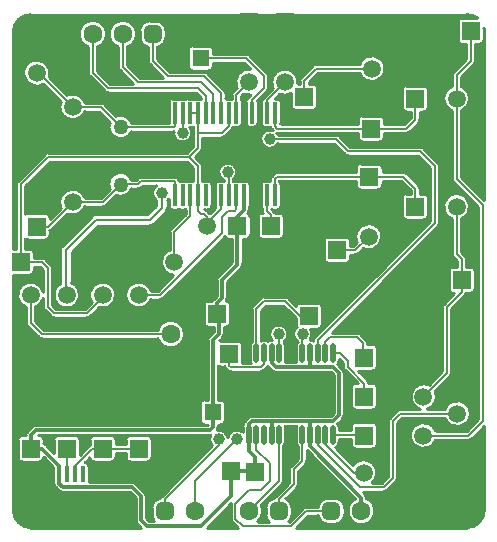
<source format=gbr>
G04 Generated by Ultiboard 13.0 *
%FSLAX24Y24*%
%MOIN*%

%ADD10C,0.0001*%
%ADD11C,0.0100*%
%ADD12C,0.0080*%
%ADD13C,0.0120*%
%ADD14C,0.0591*%
%ADD15R,0.0591X0.0591*%
%ADD16C,0.0500*%
%ADD17C,0.0551*%
%ADD18R,0.0551X0.0551*%
%ADD19R,0.0177X0.0728*%
%ADD20C,0.0394*%
%ADD21R,0.0208X0.0208*%
%ADD22C,0.0392*%
%ADD23C,0.0633*%
%ADD24C,0.0300*%
%ADD25R,0.0906X0.0748*%
%ADD26R,0.0709X0.0748*%
%ADD27R,0.0157X0.0551*%
%ADD28O,0.0177X0.0669*%


G04 ColorRGB 00FF00 for the following layer *
%LNCopper Top*%
%LPD*%
G54D10*
G36*
X9442Y604D02*
G74*
D01*
G03X9230Y917I338J1*
G01*
X9230Y917D01*
X9298Y985D01*
X9298Y985D01*
X9606Y1293D01*
G75*
D01*
G03X9651Y1400I-105J107*
G01*
X9651Y1400D01*
X9651Y1838D01*
X9890Y2077D01*
G75*
D01*
G03X9935Y2184I-105J107*
G01*
X9935Y2184D01*
X9935Y2524D01*
X11549Y910D01*
G75*
D01*
G03X11921Y924I202J-409*
G01*
X11921Y924D01*
X11921Y950D01*
G74*
D01*
G03X11871Y1071I171J0*
G01*
X11871Y1071D01*
X11792Y1149D01*
X12500Y1149D01*
G74*
D01*
G03X12607Y1194I1J151*
G01*
X12607Y1194D01*
X12906Y1493D01*
G75*
D01*
G03X12951Y1600I-105J107*
G01*
X12951Y1600D01*
X12951Y3438D01*
X13112Y3599D01*
X14542Y3599D01*
G75*
D01*
G03X14542Y3901I408J151*
G01*
X14542Y3901D01*
X13937Y3901D01*
G75*
D01*
G03X14214Y4502I-118J419*
G01*
X14214Y4502D01*
X14706Y4994D01*
G75*
D01*
G03X14751Y5101I-105J107*
G01*
X14751Y5101D01*
X14751Y7238D01*
X15206Y7693D01*
G74*
D01*
G03X15246Y7764I106J106*
G01*
X15246Y7764D01*
X15395Y7764D01*
G75*
D01*
G03X15536Y7905I0J141*
G01*
X15536Y7905D01*
X15536Y8495D01*
G74*
D01*
G03X15395Y8636I141J0*
G01*
X15395Y8636D01*
X15251Y8636D01*
X15251Y8900D01*
G74*
D01*
G03X15206Y9007I151J1*
G01*
X15206Y9007D01*
X15115Y9098D01*
X15079Y9134D01*
X15079Y10242D01*
G75*
D01*
G03X14777Y10242I-151J408*
G01*
X14777Y10242D01*
X14777Y9072D01*
G75*
D01*
G03X14821Y8965I151J0*
G01*
X14821Y8965D01*
X14949Y8838D01*
X14949Y8636D01*
X14805Y8636D01*
G75*
D01*
G03X14664Y8495I0J-141*
G01*
X14664Y8495D01*
X14664Y7905D01*
G75*
D01*
G03X14805Y7764I141J0*
G01*
X14805Y7764D01*
X14851Y7764D01*
X14493Y7407D01*
G75*
D01*
G03X14449Y7300I107J-107*
G01*
X14449Y7300D01*
X14449Y5164D01*
X14001Y4715D01*
G75*
D01*
G03X13700Y3901I-158J-404*
G01*
X13700Y3901D01*
X13050Y3901D01*
G75*
D01*
G03X12943Y3857I0J-151*
G01*
X12943Y3857D01*
X12693Y3607D01*
G75*
D01*
G03X12649Y3500I107J-107*
G01*
X12649Y3500D01*
X12649Y1662D01*
X12438Y1451D01*
X12116Y1451D01*
G75*
D01*
G03X11478Y2035I-287J327*
G01*
X11478Y2035D01*
X10896Y2617D01*
G75*
D01*
G03X11007Y2796I-88J178*
G01*
X11007Y2796D01*
X11007Y2891D01*
X11414Y2891D01*
X11414Y2724D01*
G75*
D01*
G03X11555Y2584I141J1*
G01*
X11555Y2584D01*
X12145Y2584D01*
G75*
D01*
G03X12286Y2724I1J140*
G01*
X12286Y2724D01*
X12286Y3315D01*
G74*
D01*
G03X12145Y3456I141J0*
G01*
X12145Y3456D01*
X11555Y3456D01*
G75*
D01*
G03X11414Y3315I0J-141*
G01*
X11414Y3315D01*
X11414Y3192D01*
X11007Y3192D01*
X11007Y3288D01*
G74*
D01*
G03X10959Y3418I200J0*
G01*
X10959Y3418D01*
X11121Y3579D01*
G75*
D01*
G03X11171Y3700I-121J121*
G01*
X11171Y3700D01*
X11171Y5100D01*
G74*
D01*
G03X11121Y5221I171J0*
G01*
X11121Y5221D01*
X10959Y5382D01*
G75*
D01*
G03X11007Y5512I-152J130*
G01*
X11007Y5512D01*
X11007Y5580D01*
X11149Y5438D01*
X11149Y5300D01*
G75*
D01*
G03X11193Y5193I151J0*
G01*
X11193Y5193D01*
X11631Y4756D01*
X11555Y4756D01*
G75*
D01*
G03X11414Y4615I0J-141*
G01*
X11414Y4615D01*
X11414Y4024D01*
G75*
D01*
G03X11555Y3884I141J1*
G01*
X11555Y3884D01*
X12145Y3884D01*
G75*
D01*
G03X12286Y4024I1J140*
G01*
X12286Y4024D01*
X12286Y4615D01*
G74*
D01*
G03X12145Y4756I141J0*
G01*
X12145Y4756D01*
X12001Y4756D01*
G74*
D01*
G03X11956Y4857I151J7*
G01*
X11956Y4857D01*
X11629Y5184D01*
X12145Y5184D01*
G75*
D01*
G03X12286Y5324I1J140*
G01*
X12286Y5324D01*
X12286Y5915D01*
G74*
D01*
G03X12145Y6056I141J0*
G01*
X12145Y6056D01*
X11951Y6056D01*
X11951Y6100D01*
G74*
D01*
G03X11906Y6207I151J1*
G01*
X11906Y6207D01*
X11707Y6406D01*
G74*
D01*
G03X11650Y6442I107J106*
G01*
G75*
D01*
G03X11600Y6451I-51J-141*
G01*
X11600Y6451D01*
X10764Y6451D01*
X12707Y8393D01*
X12707Y8393D01*
X12707Y8393D01*
X12707Y8393D01*
X13411Y9098D01*
X14306Y9993D01*
G75*
D01*
G03X14351Y10100I-105J107*
G01*
X14351Y10100D01*
X14351Y12000D01*
G74*
D01*
G03X14306Y12107I151J1*
G01*
X14306Y12107D01*
X13807Y12606D01*
G74*
D01*
G03X13700Y12651I107J105*
G01*
X13700Y12651D01*
X11362Y12651D01*
X11007Y13006D01*
G74*
D01*
G03X10900Y13051I107J105*
G01*
X10900Y13051D01*
X8967Y13051D01*
G74*
D01*
G03X8932Y13100I265J152*
G01*
G75*
D01*
G03X8950Y13099I17J150*
G01*
X8950Y13099D01*
X11644Y13099D01*
X11644Y12955D01*
G75*
D01*
G03X11785Y12814I141J0*
G01*
X11785Y12814D01*
X12376Y12814D01*
G75*
D01*
G03X12516Y12955I-1J141*
G01*
X12516Y12955D01*
X12516Y13099D01*
X13250Y13099D01*
G74*
D01*
G03X13357Y13144I1J151*
G01*
X13357Y13144D01*
X13656Y13443D01*
G75*
D01*
G03X13701Y13550I-105J107*
G01*
X13701Y13550D01*
X13701Y13814D01*
X13845Y13814D01*
G75*
D01*
G03X13986Y13955I0J141*
G01*
X13986Y13955D01*
X13986Y14545D01*
G74*
D01*
G03X13845Y14686I141J0*
G01*
X13845Y14686D01*
X13255Y14686D01*
G75*
D01*
G03X13114Y14545I0J-141*
G01*
X13114Y14545D01*
X13114Y13955D01*
G75*
D01*
G03X13255Y13814I141J0*
G01*
X13255Y13814D01*
X13399Y13814D01*
X13399Y13612D01*
X13188Y13401D01*
X12516Y13401D01*
X12516Y13545D01*
G74*
D01*
G03X12376Y13686I140J1*
G01*
X12376Y13686D01*
X11785Y13686D01*
G75*
D01*
G03X11644Y13545I0J-141*
G01*
X11644Y13545D01*
X11644Y13401D01*
X9062Y13401D01*
G75*
D01*
G03X9063Y13414I-109J15*
G01*
X9063Y13414D01*
X9063Y14142D01*
G74*
D01*
G03X8952Y14253I111J0*
G01*
X8952Y14253D01*
X8866Y14253D01*
X9018Y14405D01*
G75*
D01*
G03X9414Y14421I182J394*
G01*
X9414Y14421D01*
X9414Y14005D01*
G75*
D01*
G03X9555Y13864I141J0*
G01*
X9555Y13864D01*
X10145Y13864D01*
G75*
D01*
G03X10286Y14005I0J141*
G01*
X10286Y14005D01*
X10286Y14595D01*
G74*
D01*
G03X10145Y14736I141J0*
G01*
X10145Y14736D01*
X10001Y14736D01*
X10001Y14788D01*
X10312Y15099D01*
X11692Y15099D01*
G75*
D01*
G03X11692Y15401I408J151*
G01*
X11692Y15401D01*
X10250Y15401D01*
G75*
D01*
G03X10143Y15357I0J-151*
G01*
X10143Y15357D01*
X9743Y14957D01*
G75*
D01*
G03X9699Y14850I107J-107*
G01*
X9699Y14850D01*
X9699Y14736D01*
X9631Y14736D01*
G75*
D01*
G03X8805Y14618I-430J63*
G01*
X8805Y14618D01*
X8501Y14314D01*
G74*
D01*
G03X8459Y14235I105J107*
G01*
G74*
D01*
G03X8408Y14142I59J93*
G01*
X8408Y14142D01*
X8408Y13414D01*
G75*
D01*
G03X8519Y13303I111J0*
G01*
X8519Y13303D01*
X8696Y13303D01*
G74*
D01*
G03X8716Y13305I1J111*
G01*
G74*
D01*
G03X8757Y13230I147J31*
G01*
X8757Y13230D01*
X8795Y13192D01*
G75*
D01*
G03X8967Y12749I-95J-292*
G01*
X8967Y12749D01*
X10838Y12749D01*
X11193Y12393D01*
G75*
D01*
G03X11300Y12349I107J107*
G01*
X11300Y12349D01*
X13638Y12349D01*
X14049Y11938D01*
X14049Y10162D01*
X12985Y9098D01*
X12985Y9098D01*
X12493Y8607D01*
X12493Y8607D01*
X12493Y8607D01*
X12493Y8607D01*
X10189Y6302D01*
G75*
D01*
G03X10145Y6195I106J-106*
G01*
X10145Y6195D01*
X10145Y6174D01*
G75*
D01*
G03X10036Y6204I-105J-169*
G01*
G75*
D01*
G03X10059Y6564I-235J196*
G01*
X10059Y6564D01*
X10295Y6564D01*
G75*
D01*
G03X10436Y6705I0J141*
G01*
X10436Y6705D01*
X10436Y7295D01*
G74*
D01*
G03X10295Y7436I141J0*
G01*
X10295Y7436D01*
X9705Y7436D01*
G75*
D01*
G03X9572Y7341I0J-141*
G01*
X9572Y7341D01*
X9307Y7606D01*
G74*
D01*
G03X9232Y7647I106J106*
G01*
G75*
D01*
G03X9200Y7651I-34J-146*
G01*
X9200Y7651D01*
X8500Y7651D01*
G75*
D01*
G03X8393Y7607I0J-151*
G01*
X8393Y7607D01*
X8142Y7355D01*
G75*
D01*
G03X8098Y7248I106J-106*
G01*
X8098Y7248D01*
X8098Y6135D01*
G74*
D01*
G03X8049Y6004I150J131*
G01*
X8049Y6004D01*
X8049Y5512D01*
G75*
D01*
G03X8059Y5451I199J1*
G01*
X8059Y5451D01*
X7786Y5451D01*
X7786Y5455D01*
X7786Y5455D01*
X7786Y6045D01*
G74*
D01*
G03X7645Y6186I141J0*
G01*
X7645Y6186D01*
X7055Y6186D01*
G75*
D01*
G03X7024Y6183I-2J-141*
G01*
X7024Y6183D01*
X7121Y6279D01*
G75*
D01*
G03X7171Y6400I-121J121*
G01*
X7171Y6400D01*
X7171Y6634D01*
X7245Y6634D01*
G75*
D01*
G03X7386Y6774I1J140*
G01*
X7386Y6774D01*
X7386Y7365D01*
G74*
D01*
G03X7245Y7506I141J0*
G01*
X7245Y7506D01*
X7242Y7506D01*
G75*
D01*
G03X7271Y7600I-141J95*
G01*
X7271Y7600D01*
X7271Y8129D01*
X7740Y8599D01*
G75*
D01*
G03X7791Y8720I-119J121*
G01*
X7791Y8720D01*
X7791Y9564D01*
X7915Y9564D01*
G75*
D01*
G03X8056Y9705I0J141*
G01*
X8056Y9705D01*
X8056Y10295D01*
G74*
D01*
G03X7967Y10426I141J0*
G01*
G75*
D01*
G03X8011Y10540I-126J114*
G01*
X8011Y10540D01*
X8011Y10584D01*
G75*
D01*
G03X8039Y10658I-83J74*
G01*
X8039Y10658D01*
X8039Y11386D01*
G74*
D01*
G03X7928Y11497I111J0*
G01*
X7928Y11497D01*
X7751Y11497D01*
G75*
D01*
G03X7712Y11490I0J-111*
G01*
G74*
D01*
G03X7672Y11497I39J104*
G01*
X7672Y11497D01*
X7495Y11497D01*
G75*
D01*
G03X7479Y11495I6J-111*
G01*
X7479Y11495D01*
X7479Y11551D01*
G75*
D01*
G03X7177Y11519I-179J248*
G01*
X7177Y11519D01*
X7177Y11495D01*
G74*
D01*
G03X7161Y11497I22J108*
G01*
X7161Y11497D01*
X6983Y11497D01*
G75*
D01*
G03X6873Y11386I1J-111*
G01*
X6873Y11386D01*
X6873Y10658D01*
G75*
D01*
G03X6888Y10602I110J-1*
G01*
X6888Y10602D01*
X6708Y10422D01*
G74*
D01*
G03X6687Y10427I111J421*
G01*
X6687Y10427D01*
X6607Y10506D01*
G74*
D01*
G03X6554Y10541I107J105*
G01*
G74*
D01*
G03X6532Y10547I50J141*
G01*
X6532Y10547D01*
X6649Y10547D01*
G75*
D01*
G03X6759Y10658I-1J111*
G01*
X6759Y10658D01*
X6759Y11386D01*
G74*
D01*
G03X6649Y11497I110J1*
G01*
X6649Y11497D01*
X6472Y11497D01*
G75*
D01*
G03X6455Y11495I4J-111*
G01*
X6455Y11495D01*
X6455Y11996D01*
G74*
D01*
G03X6411Y12102I151J1*
G01*
X6411Y12102D01*
X6213Y12300D01*
X6411Y12498D01*
G75*
D01*
G03X6455Y12604I-106J106*
G01*
X6455Y12604D01*
X6455Y12949D01*
X7100Y12949D01*
G75*
D01*
G03X7116Y12950I-1J151*
G01*
G74*
D01*
G03X7207Y12994I16J149*
G01*
X7207Y12994D01*
X7434Y13221D01*
G74*
D01*
G03X7477Y13305I105J107*
G01*
G75*
D01*
G03X7495Y13303I21J108*
G01*
X7495Y13303D01*
X7672Y13303D01*
G75*
D01*
G03X7783Y13414I0J111*
G01*
X7783Y13414D01*
X7783Y14142D01*
G74*
D01*
G03X7735Y14234I111J1*
G01*
X7735Y14234D01*
X7735Y14321D01*
X7818Y14405D01*
G75*
D01*
G03X8055Y14368I183J394*
G01*
X8055Y14368D01*
X7993Y14307D01*
G74*
D01*
G03X7955Y14239I108J105*
G01*
G74*
D01*
G03X7897Y14142I52J97*
G01*
X7897Y14142D01*
X7897Y13414D01*
G75*
D01*
G03X8007Y13303I110J-1*
G01*
X8007Y13303D01*
X8184Y13303D01*
G75*
D01*
G03X8295Y13414I0J111*
G01*
X8295Y13414D01*
X8295Y14142D01*
G74*
D01*
G03X8289Y14176I111J2*
G01*
X8289Y14176D01*
X8606Y14493D01*
G75*
D01*
G03X8651Y14600I-105J107*
G01*
X8651Y14600D01*
X8651Y15000D01*
G74*
D01*
G03X8606Y15107I151J1*
G01*
X8606Y15107D01*
X8007Y15706D01*
G74*
D01*
G03X7900Y15751I107J105*
G01*
X7900Y15751D01*
X6816Y15751D01*
X6816Y15876D01*
G74*
D01*
G03X6676Y16016I140J0*
G01*
X6676Y16016D01*
X6124Y16016D01*
G75*
D01*
G03X5984Y15876I0J-140*
G01*
X5984Y15876D01*
X5984Y15324D01*
G75*
D01*
G03X6124Y15184I140J0*
G01*
X6124Y15184D01*
X6676Y15184D01*
G75*
D01*
G03X6816Y15324I0J140*
G01*
X6816Y15324D01*
X6816Y15449D01*
X7838Y15449D01*
X8055Y15232D01*
G75*
D01*
G03X7605Y14618I-55J-431*
G01*
X7605Y14618D01*
X7477Y14490D01*
G75*
D01*
G03X7433Y14383I106J-106*
G01*
X7433Y14383D01*
X7433Y14251D01*
G74*
D01*
G03X7417Y14253I22J108*
G01*
X7417Y14253D01*
X7239Y14253D01*
G75*
D01*
G03X7223Y14251I6J-111*
G01*
X7223Y14251D01*
X7223Y14428D01*
G74*
D01*
G03X7178Y14535I151J1*
G01*
X7178Y14535D01*
X6607Y15106D01*
G74*
D01*
G03X6553Y15141I107J105*
G01*
G75*
D01*
G03X6500Y15151I-54J-140*
G01*
X6500Y15151D01*
X5362Y15151D01*
X4951Y15562D01*
X4951Y15962D01*
G75*
D01*
G03X5242Y16296I-46J334*
G01*
X5242Y16296D01*
X5242Y16504D01*
G74*
D01*
G03X4904Y16842I338J0*
G01*
X4904Y16842D01*
X4696Y16842D01*
G75*
D01*
G03X4358Y16504I0J-338*
G01*
X4358Y16504D01*
X4358Y16296D01*
G75*
D01*
G03X4649Y15962I338J1*
G01*
X4649Y15962D01*
X4649Y15500D01*
G75*
D01*
G03X4693Y15393I151J0*
G01*
X4693Y15393D01*
X5136Y14951D01*
X4362Y14951D01*
X3951Y15362D01*
X3951Y15969D01*
G75*
D01*
G03X3649Y15969I-151J430*
G01*
X3649Y15969D01*
X3649Y15300D01*
G75*
D01*
G03X3693Y15193I151J0*
G01*
X3693Y15193D01*
X4136Y14751D01*
X3362Y14751D01*
X2951Y15162D01*
X2951Y15969D01*
G75*
D01*
G03X2649Y15969I-151J430*
G01*
X2649Y15969D01*
X2649Y15100D01*
G75*
D01*
G03X2693Y14993I151J0*
G01*
X2693Y14993D01*
X3193Y14493D01*
G74*
D01*
G03X3256Y14456I106J108*
G01*
G75*
D01*
G03X3300Y14449I45J143*
G01*
X3300Y14449D01*
X6238Y14449D01*
X6410Y14277D01*
X6410Y14251D01*
G74*
D01*
G03X6393Y14253I21J108*
G01*
X6393Y14253D01*
X6216Y14253D01*
G75*
D01*
G03X6176Y14245I1J-111*
G01*
G74*
D01*
G03X6137Y14253I41J102*
G01*
X6137Y14253D01*
X5960Y14253D01*
G75*
D01*
G03X5920Y14245I1J-111*
G01*
G74*
D01*
G03X5881Y14253I41J102*
G01*
X5881Y14253D01*
X5704Y14253D01*
G75*
D01*
G03X5665Y14245I2J-111*
G01*
G74*
D01*
G03X5625Y14253I41J102*
G01*
X5625Y14253D01*
X5448Y14253D01*
G75*
D01*
G03X5337Y14142I0J-111*
G01*
X5337Y14142D01*
X5337Y13451D01*
X4088Y13451D01*
G75*
D01*
G03X3580Y13663I-360J-148*
G01*
X3580Y13663D01*
X3167Y14076D01*
G74*
D01*
G03X3060Y14120I106J106*
G01*
X3060Y14120D01*
X2536Y14120D01*
G75*
D01*
G03X1945Y14365I-408J-148*
G01*
X1945Y14365D01*
X1341Y14969D01*
G75*
D01*
G03X1153Y14731I-413J133*
G01*
X1153Y14731D01*
X1732Y14152D01*
G75*
D01*
G03X2536Y13819I402J-167*
G01*
X2536Y13819D01*
X2998Y13819D01*
X3367Y13450D01*
G75*
D01*
G03X4086Y13149I365J-137*
G01*
X4086Y13149D01*
X5497Y13149D01*
G75*
D01*
G03X6030Y13303I302J-47*
G01*
X6030Y13303D01*
X6137Y13303D01*
G74*
D01*
G03X6154Y13305I4J111*
G01*
X6154Y13305D01*
X6154Y12667D01*
X5938Y12451D01*
X1300Y12451D01*
G75*
D01*
G03X1193Y12407I0J-151*
G01*
X1193Y12407D01*
X293Y11507D01*
G75*
D01*
G03X249Y11400I107J-107*
G01*
X249Y11400D01*
X249Y9236D01*
X151Y9236D01*
X151Y16479D01*
G74*
D01*
G03X151Y16482I151J2*
G01*
G74*
D01*
G02X718Y17049I570J3*
G01*
G75*
D01*
G03X721Y17049I2J151*
G01*
X721Y17049D01*
X15279Y17049D01*
G74*
D01*
G03X15282Y17049I2J151*
G01*
G74*
D01*
G02X15620Y16936I3J570*
G01*
X15620Y16936D01*
X15105Y16936D01*
G75*
D01*
G03X14964Y16795I0J-141*
G01*
X14964Y16795D01*
X14964Y16205D01*
G75*
D01*
G03X15105Y16064I141J0*
G01*
X15105Y16064D01*
X15249Y16064D01*
X15249Y15562D01*
X14821Y15135D01*
G75*
D01*
G03X14777Y15028I107J-107*
G01*
X14777Y15028D01*
X14777Y14658D01*
G75*
D01*
G03X14777Y13842I151J-408*
G01*
X14777Y13842D01*
X14777Y11572D01*
G75*
D01*
G03X14821Y11465I151J0*
G01*
X14821Y11465D01*
X15649Y10638D01*
X15649Y3562D01*
X15257Y3170D01*
X14227Y3170D01*
G75*
D01*
G03X14227Y2869I-407J-150*
G01*
X14227Y2869D01*
X15319Y2869D01*
G75*
D01*
G03X15368Y2877I1J151*
G01*
G74*
D01*
G03X15426Y2913I48J142*
G01*
X15426Y2913D01*
X15849Y3336D01*
X15849Y521D01*
G75*
D01*
G03X15849Y518I151J-1*
G01*
G74*
D01*
G02X15282Y-49I570J3*
G01*
G74*
D01*
G03X15279Y-49I1J151*
G01*
X15279Y-49D01*
X9564Y-49D01*
X9962Y349D01*
X10312Y349D01*
G75*
D01*
G03X10646Y58I334J46*
G01*
X10646Y58D01*
X10854Y58D01*
G75*
D01*
G03X11192Y396I0J338*
G01*
X11192Y396D01*
X11192Y604D01*
G74*
D01*
G03X10854Y942I338J0*
G01*
X10854Y942D01*
X10646Y942D01*
G75*
D01*
G03X10312Y651I1J-338*
G01*
X10312Y651D01*
X9900Y651D01*
G75*
D01*
G03X9856Y644I1J-151*
G01*
G74*
D01*
G03X9793Y607I42J144*
G01*
X9793Y607D01*
X9338Y151D01*
X9336Y151D01*
G74*
D01*
G03X9442Y396I231J245*
G01*
X9442Y396D01*
X9442Y604D01*
D02*
G37*
%LPC*%
G36*
X11818Y9255D02*
G75*
D01*
G03X11605Y9468I181J394*
G01*
X11605Y9468D01*
X11488Y9351D01*
X11386Y9351D01*
X11386Y9495D01*
G74*
D01*
G03X11245Y9636I141J0*
G01*
X11245Y9636D01*
X10655Y9636D01*
G75*
D01*
G03X10514Y9495I0J-141*
G01*
X10514Y9495D01*
X10514Y8905D01*
G75*
D01*
G03X10655Y8764I141J0*
G01*
X10655Y8764D01*
X11245Y8764D01*
G75*
D01*
G03X11386Y8905I0J141*
G01*
X11386Y8905D01*
X11386Y9049D01*
X11550Y9049D01*
G74*
D01*
G03X11657Y9094I1J151*
G01*
X11657Y9094D01*
X11818Y9255D01*
D02*
G37*
G36*
X8950Y11801D02*
G75*
D01*
G03X8912Y11796I1J-151*
G01*
G74*
D01*
G03X8843Y11757I37J145*
G01*
X8843Y11757D01*
X8757Y11670D01*
G75*
D01*
G03X8713Y11563I106J-106*
G01*
X8713Y11563D01*
X8713Y11495D01*
G74*
D01*
G03X8696Y11497I21J108*
G01*
X8696Y11497D01*
X8519Y11497D01*
G75*
D01*
G03X8408Y11386I0J-111*
G01*
X8408Y11386D01*
X8408Y10658D01*
G75*
D01*
G03X8449Y10572I111J0*
G01*
X8449Y10572D01*
X8449Y10500D01*
G75*
D01*
G03X8464Y10436I151J2*
G01*
X8464Y10436D01*
X8446Y10436D01*
G75*
D01*
G03X8305Y10295I0J-141*
G01*
X8305Y10295D01*
X8305Y9705D01*
G75*
D01*
G03X8446Y9564I141J0*
G01*
X8446Y9564D01*
X9036Y9564D01*
G75*
D01*
G03X9177Y9705I0J141*
G01*
X9177Y9705D01*
X9177Y10295D01*
G74*
D01*
G03X9036Y10436I141J0*
G01*
X9036Y10436D01*
X8871Y10436D01*
G74*
D01*
G03X8847Y10466I129J79*
G01*
X8847Y10466D01*
X8765Y10548D01*
G75*
D01*
G03X8775Y10547I16J109*
G01*
X8775Y10547D01*
X8952Y10547D01*
G75*
D01*
G03X9063Y10658I0J111*
G01*
X9063Y10658D01*
X9063Y11386D01*
G74*
D01*
G03X9014Y11478I111J0*
G01*
X9014Y11478D01*
X9014Y11499D01*
X11584Y11499D01*
X11584Y11355D01*
G75*
D01*
G03X11724Y11214I140J-1*
G01*
X11724Y11214D01*
X12315Y11214D01*
G75*
D01*
G03X12456Y11355I0J141*
G01*
X12456Y11355D01*
X12456Y11499D01*
X13088Y11499D01*
X13399Y11188D01*
X13399Y11086D01*
X13255Y11086D01*
G75*
D01*
G03X13114Y10945I0J-141*
G01*
X13114Y10945D01*
X13114Y10355D01*
G75*
D01*
G03X13255Y10214I141J0*
G01*
X13255Y10214D01*
X13845Y10214D01*
G75*
D01*
G03X13986Y10355I0J141*
G01*
X13986Y10355D01*
X13986Y10945D01*
G74*
D01*
G03X13845Y11086I141J0*
G01*
X13845Y11086D01*
X13701Y11086D01*
X13701Y11250D01*
G74*
D01*
G03X13656Y11357I151J1*
G01*
X13656Y11357D01*
X13257Y11756D01*
G74*
D01*
G03X13150Y11801I107J105*
G01*
X13150Y11801D01*
X12456Y11801D01*
X12456Y11945D01*
G74*
D01*
G03X12315Y12086I141J0*
G01*
X12315Y12086D01*
X11724Y12086D01*
G75*
D01*
G03X11584Y11945I1J-141*
G01*
X11584Y11945D01*
X11584Y11801D01*
X8950Y11801D01*
D02*
G37*
%LPD*%
G36*
X5139Y7597D02*
X5139Y7597D01*
X7194Y9652D01*
G75*
D01*
G03X7324Y9564I130J52*
G01*
X7324Y9564D01*
X7449Y9564D01*
X7449Y8790D01*
X6979Y8321D01*
G75*
D01*
G03X6929Y8199I121J-121*
G01*
X6929Y8199D01*
X6929Y7671D01*
X6829Y7571D01*
G74*
D01*
G03X6788Y7506I120J121*
G01*
X6788Y7506D01*
X6655Y7506D01*
G75*
D01*
G03X6514Y7365I0J-141*
G01*
X6514Y7365D01*
X6514Y6774D01*
G75*
D01*
G03X6655Y6634I141J1*
G01*
X6655Y6634D01*
X6829Y6634D01*
X6829Y6471D01*
X6679Y6321D01*
G75*
D01*
G03X6629Y6200I121J-121*
G01*
X6629Y6200D01*
X6629Y4216D01*
X6524Y4216D01*
G75*
D01*
G03X6384Y4076I0J-140*
G01*
X6384Y4076D01*
X6384Y3524D01*
G75*
D01*
G03X6524Y3384I140J0*
G01*
X6524Y3384D01*
X6629Y3384D01*
X6629Y3371D01*
X900Y3371D01*
G75*
D01*
G03X880Y3370I-1J-171*
G01*
G74*
D01*
G03X779Y3321I20J170*
G01*
X779Y3321D01*
X607Y3148D01*
G75*
D01*
G03X557Y3027I120J-120*
G01*
X557Y3027D01*
X557Y3021D01*
X432Y3021D01*
G75*
D01*
G03X292Y2881I0J-140*
G01*
X292Y2881D01*
X292Y2290D01*
G75*
D01*
G03X432Y2149I140J-1*
G01*
X432Y2149D01*
X1023Y2149D01*
G75*
D01*
G03X1164Y2290I0J141*
G01*
X1164Y2290D01*
X1164Y2295D01*
X1480Y1978D01*
X1480Y1446D01*
G75*
D01*
G03X1532Y1343I129J0*
G01*
G74*
D01*
G03X1567Y1291I156J67*
G01*
X1567Y1291D01*
X1679Y1179D01*
G75*
D01*
G03X1800Y1129I121J121*
G01*
X1800Y1129D01*
X4029Y1129D01*
X4229Y929D01*
X4229Y200D01*
G75*
D01*
G03X4279Y79I171J0*
G01*
X4279Y79D01*
X4408Y-49D01*
X721Y-49D01*
G75*
D01*
G03X718Y-49I-1J-151*
G01*
G74*
D01*
G02X151Y518I3J570*
G01*
G75*
D01*
G03X151Y521I-151J2*
G01*
X151Y521D01*
X151Y8364D01*
X695Y8364D01*
G75*
D01*
G03X836Y8505I0J141*
G01*
X836Y8505D01*
X836Y8649D01*
X1038Y8649D01*
X1149Y8538D01*
X1149Y7811D01*
G75*
D01*
G03X577Y7295I-420J-110*
G01*
X577Y7295D01*
X577Y6773D01*
G75*
D01*
G03X621Y6666I151J0*
G01*
X621Y6666D01*
X993Y6293D01*
G75*
D01*
G03X1100Y6249I107J107*
G01*
X1100Y6249D01*
X4969Y6249D01*
G75*
D01*
G03X4969Y6551I430J151*
G01*
X4969Y6551D01*
X1162Y6551D01*
X878Y6835D01*
X878Y7295D01*
G74*
D01*
G03X1149Y7596I150J407*
G01*
X1149Y7596D01*
X1149Y7300D01*
G75*
D01*
G03X1193Y7193I151J0*
G01*
X1193Y7193D01*
X1393Y6993D01*
G74*
D01*
G03X1478Y6951I106J108*
G01*
G75*
D01*
G03X1500Y6949I25J148*
G01*
X1500Y6949D01*
X2600Y6949D01*
G75*
D01*
G03X2666Y6964I0J151*
G01*
G74*
D01*
G03X2707Y6994I67J135*
G01*
X2707Y6994D01*
X3000Y7287D01*
G75*
D01*
G03X2759Y7472I128J416*
G01*
X2759Y7472D01*
X2538Y7251D01*
X1562Y7251D01*
X1451Y7362D01*
X1451Y8600D01*
G74*
D01*
G03X1406Y8707I151J1*
G01*
X1406Y8707D01*
X1207Y8906D01*
G74*
D01*
G03X1150Y8942I107J106*
G01*
G75*
D01*
G03X1100Y8951I-51J-141*
G01*
X1100Y8951D01*
X836Y8951D01*
X836Y9095D01*
G74*
D01*
G03X695Y9236I141J0*
G01*
X695Y9236D01*
X551Y9236D01*
X551Y9575D01*
G75*
D01*
G03X632Y9549I81J114*
G01*
X632Y9549D01*
X1223Y9549D01*
G75*
D01*
G03X1364Y9690I0J141*
G01*
X1364Y9690D01*
X1364Y9844D01*
G74*
D01*
G03X1419Y9879I51J141*
G01*
X1419Y9879D01*
X1945Y10406D01*
G75*
D01*
G03X2536Y10650I183J395*
G01*
X2536Y10650D01*
X3143Y10650D01*
G74*
D01*
G03X3250Y10695I1J151*
G01*
X3250Y10695D01*
X3580Y11024D01*
G75*
D01*
G03X4093Y11249I147J361*
G01*
X4093Y11249D01*
X4300Y11249D01*
G75*
D01*
G03X4354Y11259I0J151*
G01*
G74*
D01*
G03X4407Y11294I54J140*
G01*
X4407Y11294D01*
X4462Y11349D01*
X4921Y11349D01*
G75*
D01*
G03X4909Y10860I178J-249*
G01*
X4909Y10860D01*
X4909Y10679D01*
X4621Y10391D01*
X2900Y10391D01*
G75*
D01*
G03X2874Y10389I2J-191*
G01*
G74*
D01*
G03X2765Y10335I25J188*
G01*
X2765Y10335D01*
X1765Y9335D01*
G75*
D01*
G03X1709Y9200I134J-135*
G01*
X1709Y9200D01*
X1709Y8080D01*
G75*
D01*
G03X2091Y8107I219J-376*
G01*
X2091Y8107D01*
X2091Y9121D01*
X2979Y10009D01*
X4700Y10009D01*
G75*
D01*
G03X4749Y10015I1J191*
G01*
G74*
D01*
G03X4835Y10065I50J184*
G01*
X4835Y10065D01*
X5235Y10465D01*
G75*
D01*
G03X5291Y10600I-134J135*
G01*
X5291Y10600D01*
X5291Y10860D01*
G74*
D01*
G03X5337Y10906I192J238*
G01*
X5337Y10906D01*
X5337Y10658D01*
G75*
D01*
G03X5448Y10547I111J0*
G01*
X5448Y10547D01*
X5625Y10547D01*
G74*
D01*
G03X5665Y10555I1J111*
G01*
G75*
D01*
G03X5704Y10547I41J102*
G01*
X5704Y10547D01*
X5881Y10547D01*
G74*
D01*
G03X5898Y10549I4J111*
G01*
X5898Y10549D01*
X5898Y10411D01*
X5412Y9925D01*
G75*
D01*
G03X5367Y9818I105J-107*
G01*
X5367Y9818D01*
X5367Y9208D01*
G75*
D01*
G03X5482Y8366I150J-408*
G01*
X5482Y8366D01*
X4970Y7854D01*
X4736Y7854D01*
G75*
D01*
G03X4736Y7553I-408J-150*
G01*
X4736Y7553D01*
X5033Y7553D01*
G74*
D01*
G03X5139Y7597I0J150*
G01*
D02*
G37*
G36*
X3564Y2881D02*
X3564Y2881D01*
X3564Y2736D01*
X3892Y2736D01*
X3892Y2881D01*
G75*
D01*
G02X4032Y3021I140J0*
G01*
X4032Y3021D01*
X4623Y3021D01*
G74*
D01*
G02X4764Y2881I1J140*
G01*
X4764Y2881D01*
X4764Y2290D01*
G75*
D01*
G02X4623Y2149I-141J0*
G01*
X4623Y2149D01*
X4032Y2149D01*
G75*
D01*
G02X3892Y2290I1J141*
G01*
X3892Y2290D01*
X3892Y2435D01*
X3564Y2435D01*
X3564Y2290D01*
G75*
D01*
G02X3423Y2149I-141J0*
G01*
X3423Y2149D01*
X2832Y2149D01*
G75*
D01*
G02X2692Y2279I1J141*
G01*
X2692Y2279D01*
X2540Y2127D01*
G74*
D01*
G02X2664Y1998I5J129*
G01*
X2664Y1998D01*
X2664Y1471D01*
X4100Y1471D01*
G74*
D01*
G02X4221Y1421I0J171*
G01*
X4221Y1421D01*
X4521Y1121D01*
G74*
D01*
G02X4571Y1000I121J121*
G01*
X4571Y1000D01*
X4571Y271D01*
X4671Y171D01*
X4844Y171D01*
G75*
D01*
G02X4758Y396I251J225*
G01*
X4758Y396D01*
X4758Y604D01*
G74*
D01*
G02X5054Y939I338J0*
G01*
G74*
D01*
G02X5093Y1007I146J39*
G01*
X5093Y1007D01*
X6777Y2690D01*
G75*
D01*
G02X6722Y3031I222J211*
G01*
G74*
D01*
G02X6700Y3029I26J168*
G01*
X6700Y3029D01*
X971Y3029D01*
X963Y3021D01*
X1023Y3021D01*
G74*
D01*
G02X1164Y2881I1J140*
G01*
X1164Y2881D01*
X1164Y2749D01*
G74*
D01*
G02X1236Y2706I49J164*
G01*
X1236Y2706D01*
X1492Y2450D01*
X1492Y2881D01*
G75*
D01*
G02X1632Y3021I140J0*
G01*
X1632Y3021D01*
X2223Y3021D01*
G74*
D01*
G02X2364Y2881I1J140*
G01*
X2364Y2881D01*
X2364Y2377D01*
X2679Y2692D01*
G74*
D01*
G02X2692Y2703I103J109*
G01*
X2692Y2703D01*
X2692Y2881D01*
G75*
D01*
G02X2832Y3021I140J0*
G01*
X2832Y3021D01*
X3423Y3021D01*
G74*
D01*
G02X3564Y2881I1J140*
G01*
D02*
G37*
G36*
X3367Y11238D02*
G75*
D01*
G02X4081Y11551I357J156*
G01*
X4081Y11551D01*
X4238Y11551D01*
X4293Y11607D01*
G74*
D01*
G02X4388Y11650I106J108*
G01*
G75*
D01*
G02X4400Y11651I18J-149*
G01*
X4400Y11651D01*
X5500Y11651D01*
X5507Y11651D01*
G74*
D01*
G02X5607Y11606I8J151*
G01*
X5607Y11606D01*
X5643Y11570D01*
G74*
D01*
G02X5684Y11495I106J106*
G01*
G75*
D01*
G02X5704Y11497I21J-108*
G01*
X5704Y11497D01*
X5881Y11497D01*
G74*
D01*
G02X5920Y11490I0J111*
G01*
G75*
D01*
G02X5960Y11497I39J-104*
G01*
X5960Y11497D01*
X6137Y11497D01*
G74*
D01*
G02X6154Y11495I4J111*
G01*
X6154Y11495D01*
X6154Y11933D01*
X5938Y12149D01*
X1362Y12149D01*
X551Y11338D01*
X551Y10395D01*
G75*
D01*
G02X632Y10421I81J-113*
G01*
X632Y10421D01*
X1223Y10421D01*
G74*
D01*
G02X1364Y10281I1J140*
G01*
X1364Y10281D01*
X1364Y10250D01*
X1732Y10619D01*
G75*
D01*
G02X2536Y10952I402J166*
G01*
X2536Y10952D01*
X3081Y10952D01*
X3367Y11238D01*
D02*
G37*
G36*
X10000Y5129D02*
X10000Y5129D01*
X8900Y5129D01*
G75*
D01*
G02X8838Y5141I1J171*
G01*
G74*
D01*
G02X8779Y5179I61J159*
G01*
X8779Y5179D01*
X8639Y5319D01*
G74*
D01*
G02X8633Y5326I127J115*
G01*
G74*
D01*
G02X8611Y5298I128J78*
G01*
X8611Y5298D01*
X8507Y5194D01*
G74*
D01*
G02X8400Y5149I107J105*
G01*
X8400Y5149D01*
X7400Y5149D01*
G75*
D01*
G02X7359Y5155I1J151*
G01*
G74*
D01*
G02X7293Y5193I39J145*
G01*
X7293Y5193D01*
X7243Y5243D01*
G74*
D01*
G02X7204Y5314I108J106*
G01*
X7204Y5314D01*
X7055Y5314D01*
G75*
D01*
G02X6971Y5342I0J141*
G01*
X6971Y5342D01*
X6971Y4216D01*
X7076Y4216D01*
G74*
D01*
G02X7216Y4076I0J140*
G01*
X7216Y4076D01*
X7216Y3524D01*
G75*
D01*
G02X7076Y3384I-140J0*
G01*
X7076Y3384D01*
X6971Y3384D01*
X6971Y3300D01*
G75*
D01*
G02X6939Y3201I-171J1*
G01*
G75*
D01*
G02X7300Y2964I61J-301*
G01*
G75*
D01*
G02X7793Y3139I300J-62*
G01*
X7793Y3139D01*
X7793Y3288D01*
G74*
D01*
G02X7822Y3391I200J1*
G01*
X7822Y3391D01*
X7822Y3392D01*
G75*
D01*
G02X7872Y3513I171J0*
G01*
X7872Y3513D01*
X7979Y3621D01*
G75*
D01*
G02X8100Y3671I121J-121*
G01*
X8100Y3671D01*
X8800Y3671D01*
X8800Y3671D01*
X8800Y3671D01*
X10000Y3671D01*
X10000Y3671D01*
X10000Y3671D01*
X10729Y3671D01*
X10829Y3771D01*
X10829Y5029D01*
X10729Y5129D01*
X10000Y5129D01*
X10000Y5129D01*
D02*
G37*
G36*
X15836Y16601D02*
X15836Y16601D01*
X15836Y16205D01*
G75*
D01*
G02X15695Y16064I-141J0*
G01*
X15695Y16064D01*
X15551Y16064D01*
X15551Y15500D01*
G75*
D01*
G02X15506Y15393I-151J1*
G01*
X15506Y15393D01*
X15079Y14966D01*
X15079Y14658D01*
G75*
D01*
G02X15079Y13842I-151J-408*
G01*
X15079Y13842D01*
X15079Y11634D01*
X15849Y10864D01*
X15849Y16479D01*
G74*
D01*
G02X15849Y16482I151J2*
G01*
G74*
D01*
G03X15836Y16601I570J2*
G01*
D02*
G37*
G36*
X9589Y3329D02*
X9589Y3329D01*
X9211Y3329D01*
G74*
D01*
G02X9216Y3288I194J44*
G01*
X9216Y3288D01*
X9216Y2796D01*
G75*
D01*
G02X9151Y2648I-200J0*
G01*
X9151Y2648D01*
X9151Y1500D01*
G75*
D01*
G02X9106Y1393I-151J1*
G01*
X9106Y1393D01*
X8411Y698D01*
G75*
D01*
G02X8294Y151I-411J-198*
G01*
X8294Y151D01*
X8664Y151D01*
G75*
D01*
G02X8558Y396I231J245*
G01*
X8558Y396D01*
X8558Y604D01*
G74*
D01*
G02X8854Y939I338J0*
G01*
G74*
D01*
G02X8893Y1007I146J39*
G01*
X8893Y1007D01*
X9298Y1411D01*
X9298Y1411D01*
X9349Y1462D01*
X9349Y1900D01*
G75*
D01*
G02X9393Y2007I151J0*
G01*
X9393Y2007D01*
X9633Y2246D01*
X9633Y2665D01*
G75*
D01*
G02X9584Y2796I150J131*
G01*
X9584Y2796D01*
X9584Y3288D01*
G74*
D01*
G02X9589Y3329I200J4*
G01*
D02*
G37*
G36*
X8764Y6204D02*
G75*
D01*
G02X9167Y6142I236J195*
G01*
X9167Y6142D01*
X9167Y6135D01*
G74*
D01*
G02X9216Y6004I150J131*
G01*
X9216Y6004D01*
X9216Y5512D01*
G75*
D01*
G02X9211Y5471I-200J4*
G01*
X9211Y5471D01*
X9589Y5471D01*
G75*
D01*
G02X9584Y5512I194J44*
G01*
X9584Y5512D01*
X9584Y6004D01*
G74*
D01*
G02X9633Y6135I200J0*
G01*
X9633Y6135D01*
X9633Y6142D01*
G75*
D01*
G02X9590Y6624I167J258*
G01*
G75*
D01*
G02X9564Y6705I114J81*
G01*
X9564Y6705D01*
X9564Y6923D01*
X9298Y7189D01*
X9138Y7349D01*
X8562Y7349D01*
X8399Y7186D01*
X8399Y6174D01*
G75*
D01*
G02X8632Y6157I105J-169*
G01*
G75*
D01*
G02X8764Y6204I128J-152*
G01*
D02*
G37*
G36*
X7399Y750D02*
X7399Y758D01*
X7399Y758D01*
X6592Y-49D01*
X7636Y-49D01*
X7443Y143D01*
G75*
D01*
G02X7399Y250I107J107*
G01*
X7399Y250D01*
X7399Y750D01*
D02*
G37*
G54D11*
X11818Y9255D02*
G75*
D01*
G03X11605Y9468I181J394*
G01*
X11488Y9351D01*
X11386Y9351D01*
X11386Y9495D01*
G74*
D01*
G03X11245Y9636I141J0*
G01*
X10655Y9636D01*
G75*
D01*
G03X10514Y9495I0J-141*
G01*
X10514Y8905D01*
G75*
D01*
G03X10655Y8764I141J0*
G01*
X11245Y8764D01*
G75*
D01*
G03X11386Y8905I0J141*
G01*
X11386Y9049D01*
X11550Y9049D01*
G74*
D01*
G03X11657Y9094I1J151*
G01*
X11818Y9255D01*
X8950Y11801D02*
G75*
D01*
G03X8912Y11796I1J-151*
G01*
G74*
D01*
G03X8843Y11757I37J145*
G01*
X8757Y11670D01*
G75*
D01*
G03X8713Y11563I106J-106*
G01*
X8713Y11495D01*
G74*
D01*
G03X8696Y11497I21J108*
G01*
X8519Y11497D01*
G75*
D01*
G03X8408Y11386I0J-111*
G01*
X8408Y10658D01*
G75*
D01*
G03X8449Y10572I111J0*
G01*
X8449Y10500D01*
G75*
D01*
G03X8464Y10436I151J2*
G01*
X8446Y10436D01*
G75*
D01*
G03X8305Y10295I0J-141*
G01*
X8305Y9705D01*
G75*
D01*
G03X8446Y9564I141J0*
G01*
X9036Y9564D01*
G75*
D01*
G03X9177Y9705I0J141*
G01*
X9177Y10295D01*
G74*
D01*
G03X9036Y10436I141J0*
G01*
X8871Y10436D01*
G74*
D01*
G03X8847Y10466I129J79*
G01*
X8765Y10548D01*
G75*
D01*
G03X8775Y10547I16J109*
G01*
X8952Y10547D01*
G75*
D01*
G03X9063Y10658I0J111*
G01*
X9063Y11386D01*
G74*
D01*
G03X9014Y11478I111J0*
G01*
X9014Y11499D01*
X11584Y11499D01*
X11584Y11355D01*
G75*
D01*
G03X11724Y11214I140J-1*
G01*
X12315Y11214D01*
G75*
D01*
G03X12456Y11355I0J141*
G01*
X12456Y11499D01*
X13088Y11499D01*
X13399Y11188D01*
X13399Y11086D01*
X13255Y11086D01*
G75*
D01*
G03X13114Y10945I0J-141*
G01*
X13114Y10355D01*
G75*
D01*
G03X13255Y10214I141J0*
G01*
X13845Y10214D01*
G75*
D01*
G03X13986Y10355I0J141*
G01*
X13986Y10945D01*
G74*
D01*
G03X13845Y11086I141J0*
G01*
X13701Y11086D01*
X13701Y11250D01*
G74*
D01*
G03X13656Y11357I151J1*
G01*
X13257Y11756D01*
G74*
D01*
G03X13150Y11801I107J105*
G01*
X12456Y11801D01*
X12456Y11945D01*
G74*
D01*
G03X12315Y12086I141J0*
G01*
X11724Y12086D01*
G75*
D01*
G03X11584Y11945I1J-141*
G01*
X11584Y11801D01*
X8950Y11801D01*
X9442Y604D02*
G74*
D01*
G03X9230Y917I338J1*
G01*
X9298Y985D01*
X9298Y985D01*
X9606Y1293D01*
G75*
D01*
G03X9651Y1400I-105J107*
G01*
X9651Y1838D01*
X9890Y2077D01*
G75*
D01*
G03X9935Y2184I-105J107*
G01*
X9935Y2524D01*
X11549Y910D01*
G75*
D01*
G03X11921Y924I202J-409*
G01*
X11921Y950D01*
G74*
D01*
G03X11871Y1071I171J0*
G01*
X11792Y1149D01*
X12500Y1149D01*
G74*
D01*
G03X12607Y1194I1J151*
G01*
X12906Y1493D01*
G75*
D01*
G03X12951Y1600I-105J107*
G01*
X12951Y3438D01*
X13112Y3599D01*
X14542Y3599D01*
G75*
D01*
G03X14542Y3901I408J151*
G01*
X13937Y3901D01*
G75*
D01*
G03X14214Y4502I-118J419*
G01*
X14706Y4994D01*
G75*
D01*
G03X14751Y5101I-105J107*
G01*
X14751Y7238D01*
X15206Y7693D01*
G74*
D01*
G03X15246Y7764I106J106*
G01*
X15395Y7764D01*
G75*
D01*
G03X15536Y7905I0J141*
G01*
X15536Y8495D01*
G74*
D01*
G03X15395Y8636I141J0*
G01*
X15251Y8636D01*
X15251Y8900D01*
G74*
D01*
G03X15206Y9007I151J1*
G01*
X15115Y9098D01*
X15079Y9134D01*
X15079Y10242D01*
G75*
D01*
G03X14777Y10242I-151J408*
G01*
X14777Y9072D01*
G75*
D01*
G03X14821Y8965I151J0*
G01*
X14949Y8838D01*
X14949Y8636D01*
X14805Y8636D01*
G75*
D01*
G03X14664Y8495I0J-141*
G01*
X14664Y7905D01*
G75*
D01*
G03X14805Y7764I141J0*
G01*
X14851Y7764D01*
X14493Y7407D01*
G75*
D01*
G03X14449Y7300I107J-107*
G01*
X14449Y5164D01*
X14001Y4715D01*
G75*
D01*
G03X13700Y3901I-158J-404*
G01*
X13050Y3901D01*
G75*
D01*
G03X12943Y3857I0J-151*
G01*
X12693Y3607D01*
G75*
D01*
G03X12649Y3500I107J-107*
G01*
X12649Y1662D01*
X12438Y1451D01*
X12116Y1451D01*
G75*
D01*
G03X11478Y2035I-287J327*
G01*
X10896Y2617D01*
G75*
D01*
G03X11007Y2796I-88J178*
G01*
X11007Y2891D01*
X11414Y2891D01*
X11414Y2724D01*
G75*
D01*
G03X11555Y2584I141J1*
G01*
X12145Y2584D01*
G75*
D01*
G03X12286Y2724I1J140*
G01*
X12286Y3315D01*
G74*
D01*
G03X12145Y3456I141J0*
G01*
X11555Y3456D01*
G75*
D01*
G03X11414Y3315I0J-141*
G01*
X11414Y3192D01*
X11007Y3192D01*
X11007Y3288D01*
G74*
D01*
G03X10959Y3418I200J0*
G01*
X11121Y3579D01*
G75*
D01*
G03X11171Y3700I-121J121*
G01*
X11171Y5100D01*
G74*
D01*
G03X11121Y5221I171J0*
G01*
X10959Y5382D01*
G75*
D01*
G03X11007Y5512I-152J130*
G01*
X11007Y5580D01*
X11149Y5438D01*
X11149Y5300D01*
G75*
D01*
G03X11193Y5193I151J0*
G01*
X11631Y4756D01*
X11555Y4756D01*
G75*
D01*
G03X11414Y4615I0J-141*
G01*
X11414Y4024D01*
G75*
D01*
G03X11555Y3884I141J1*
G01*
X12145Y3884D01*
G75*
D01*
G03X12286Y4024I1J140*
G01*
X12286Y4615D01*
G74*
D01*
G03X12145Y4756I141J0*
G01*
X12001Y4756D01*
G74*
D01*
G03X11956Y4857I151J7*
G01*
X11629Y5184D01*
X12145Y5184D01*
G75*
D01*
G03X12286Y5324I1J140*
G01*
X12286Y5915D01*
G74*
D01*
G03X12145Y6056I141J0*
G01*
X11951Y6056D01*
X11951Y6100D01*
G74*
D01*
G03X11906Y6207I151J1*
G01*
X11707Y6406D01*
G74*
D01*
G03X11650Y6442I107J106*
G01*
G75*
D01*
G03X11600Y6451I-51J-141*
G01*
X10764Y6451D01*
X12707Y8393D01*
X12707Y8393D01*
X13411Y9098D01*
X14306Y9993D01*
G75*
D01*
G03X14351Y10100I-105J107*
G01*
X14351Y12000D01*
G74*
D01*
G03X14306Y12107I151J1*
G01*
X13807Y12606D01*
G74*
D01*
G03X13700Y12651I107J105*
G01*
X11362Y12651D01*
X11007Y13006D01*
G74*
D01*
G03X10900Y13051I107J105*
G01*
X8967Y13051D01*
G74*
D01*
G03X8932Y13100I265J152*
G01*
G75*
D01*
G03X8950Y13099I17J150*
G01*
X11644Y13099D01*
X11644Y12955D01*
G75*
D01*
G03X11785Y12814I141J0*
G01*
X12376Y12814D01*
G75*
D01*
G03X12516Y12955I-1J141*
G01*
X12516Y13099D01*
X13250Y13099D01*
G74*
D01*
G03X13357Y13144I1J151*
G01*
X13656Y13443D01*
G75*
D01*
G03X13701Y13550I-105J107*
G01*
X13701Y13814D01*
X13845Y13814D01*
G75*
D01*
G03X13986Y13955I0J141*
G01*
X13986Y14545D01*
G74*
D01*
G03X13845Y14686I141J0*
G01*
X13255Y14686D01*
G75*
D01*
G03X13114Y14545I0J-141*
G01*
X13114Y13955D01*
G75*
D01*
G03X13255Y13814I141J0*
G01*
X13399Y13814D01*
X13399Y13612D01*
X13188Y13401D01*
X12516Y13401D01*
X12516Y13545D01*
G74*
D01*
G03X12376Y13686I140J1*
G01*
X11785Y13686D01*
G75*
D01*
G03X11644Y13545I0J-141*
G01*
X11644Y13401D01*
X9062Y13401D01*
G75*
D01*
G03X9063Y13414I-109J15*
G01*
X9063Y14142D01*
G74*
D01*
G03X8952Y14253I111J0*
G01*
X8866Y14253D01*
X9018Y14405D01*
G75*
D01*
G03X9414Y14421I182J394*
G01*
X9414Y14005D01*
G75*
D01*
G03X9555Y13864I141J0*
G01*
X10145Y13864D01*
G75*
D01*
G03X10286Y14005I0J141*
G01*
X10286Y14595D01*
G74*
D01*
G03X10145Y14736I141J0*
G01*
X10001Y14736D01*
X10001Y14788D01*
X10312Y15099D01*
X11692Y15099D01*
G75*
D01*
G03X11692Y15401I408J151*
G01*
X10250Y15401D01*
G75*
D01*
G03X10143Y15357I0J-151*
G01*
X9743Y14957D01*
G75*
D01*
G03X9699Y14850I107J-107*
G01*
X9699Y14736D01*
X9631Y14736D01*
G75*
D01*
G03X8805Y14618I-430J63*
G01*
X8501Y14314D01*
G74*
D01*
G03X8459Y14235I105J107*
G01*
G74*
D01*
G03X8408Y14142I59J93*
G01*
X8408Y13414D01*
G75*
D01*
G03X8519Y13303I111J0*
G01*
X8696Y13303D01*
G74*
D01*
G03X8716Y13305I1J111*
G01*
G74*
D01*
G03X8757Y13230I147J31*
G01*
X8795Y13192D01*
G75*
D01*
G03X8967Y12749I-95J-292*
G01*
X10838Y12749D01*
X11193Y12393D01*
G75*
D01*
G03X11300Y12349I107J107*
G01*
X13638Y12349D01*
X14049Y11938D01*
X14049Y10162D01*
X12985Y9098D01*
X12985Y9098D01*
X12493Y8607D01*
X12493Y8607D01*
X10189Y6302D01*
G75*
D01*
G03X10145Y6195I106J-106*
G01*
X10145Y6174D01*
G75*
D01*
G03X10036Y6204I-105J-169*
G01*
G75*
D01*
G03X10059Y6564I-235J196*
G01*
X10295Y6564D01*
G75*
D01*
G03X10436Y6705I0J141*
G01*
X10436Y7295D01*
G74*
D01*
G03X10295Y7436I141J0*
G01*
X9705Y7436D01*
G75*
D01*
G03X9572Y7341I0J-141*
G01*
X9307Y7606D01*
G74*
D01*
G03X9232Y7647I106J106*
G01*
G75*
D01*
G03X9200Y7651I-34J-146*
G01*
X8500Y7651D01*
G75*
D01*
G03X8393Y7607I0J-151*
G01*
X8142Y7355D01*
G75*
D01*
G03X8098Y7248I106J-106*
G01*
X8098Y6135D01*
G74*
D01*
G03X8049Y6004I150J131*
G01*
X8049Y5512D01*
G75*
D01*
G03X8059Y5451I199J1*
G01*
X7786Y5451D01*
X7786Y5455D01*
X7786Y6045D01*
G74*
D01*
G03X7645Y6186I141J0*
G01*
X7055Y6186D01*
G75*
D01*
G03X7024Y6183I-2J-141*
G01*
X7121Y6279D01*
G75*
D01*
G03X7171Y6400I-121J121*
G01*
X7171Y6634D01*
X7245Y6634D01*
G75*
D01*
G03X7386Y6774I1J140*
G01*
X7386Y7365D01*
G74*
D01*
G03X7245Y7506I141J0*
G01*
X7242Y7506D01*
G75*
D01*
G03X7271Y7600I-141J95*
G01*
X7271Y8129D01*
X7740Y8599D01*
G75*
D01*
G03X7791Y8720I-119J121*
G01*
X7791Y9564D01*
X7915Y9564D01*
G75*
D01*
G03X8056Y9705I0J141*
G01*
X8056Y10295D01*
G74*
D01*
G03X7967Y10426I141J0*
G01*
G75*
D01*
G03X8011Y10540I-126J114*
G01*
X8011Y10584D01*
G75*
D01*
G03X8039Y10658I-83J74*
G01*
X8039Y11386D01*
G74*
D01*
G03X7928Y11497I111J0*
G01*
X7751Y11497D01*
G75*
D01*
G03X7712Y11490I0J-111*
G01*
G74*
D01*
G03X7672Y11497I39J104*
G01*
X7495Y11497D01*
G75*
D01*
G03X7479Y11495I6J-111*
G01*
X7479Y11551D01*
G75*
D01*
G03X7177Y11519I-179J248*
G01*
X7177Y11495D01*
G74*
D01*
G03X7161Y11497I22J108*
G01*
X6983Y11497D01*
G75*
D01*
G03X6873Y11386I1J-111*
G01*
X6873Y10658D01*
G75*
D01*
G03X6888Y10602I110J-1*
G01*
X6708Y10422D01*
G74*
D01*
G03X6687Y10427I111J421*
G01*
X6607Y10506D01*
G74*
D01*
G03X6554Y10541I107J105*
G01*
G74*
D01*
G03X6532Y10547I50J141*
G01*
X6649Y10547D01*
G75*
D01*
G03X6759Y10658I-1J111*
G01*
X6759Y11386D01*
G74*
D01*
G03X6649Y11497I110J1*
G01*
X6472Y11497D01*
G75*
D01*
G03X6455Y11495I4J-111*
G01*
X6455Y11996D01*
G74*
D01*
G03X6411Y12102I151J1*
G01*
X6213Y12300D01*
X6411Y12498D01*
G75*
D01*
G03X6455Y12604I-106J106*
G01*
X6455Y12949D01*
X7100Y12949D01*
G75*
D01*
G03X7116Y12950I-1J151*
G01*
G74*
D01*
G03X7207Y12994I16J149*
G01*
X7434Y13221D01*
G74*
D01*
G03X7477Y13305I105J107*
G01*
G75*
D01*
G03X7495Y13303I21J108*
G01*
X7672Y13303D01*
G75*
D01*
G03X7783Y13414I0J111*
G01*
X7783Y14142D01*
G74*
D01*
G03X7735Y14234I111J1*
G01*
X7735Y14321D01*
X7818Y14405D01*
G75*
D01*
G03X8055Y14368I183J394*
G01*
X7993Y14307D01*
G74*
D01*
G03X7955Y14239I108J105*
G01*
G74*
D01*
G03X7897Y14142I52J97*
G01*
X7897Y13414D01*
G75*
D01*
G03X8007Y13303I110J-1*
G01*
X8184Y13303D01*
G75*
D01*
G03X8295Y13414I0J111*
G01*
X8295Y14142D01*
G74*
D01*
G03X8289Y14176I111J2*
G01*
X8606Y14493D01*
G75*
D01*
G03X8651Y14600I-105J107*
G01*
X8651Y15000D01*
G74*
D01*
G03X8606Y15107I151J1*
G01*
X8007Y15706D01*
G74*
D01*
G03X7900Y15751I107J105*
G01*
X6816Y15751D01*
X6816Y15876D01*
G74*
D01*
G03X6676Y16016I140J0*
G01*
X6124Y16016D01*
G75*
D01*
G03X5984Y15876I0J-140*
G01*
X5984Y15324D01*
G75*
D01*
G03X6124Y15184I140J0*
G01*
X6676Y15184D01*
G75*
D01*
G03X6816Y15324I0J140*
G01*
X6816Y15449D01*
X7838Y15449D01*
X8055Y15232D01*
G75*
D01*
G03X7605Y14618I-55J-431*
G01*
X7477Y14490D01*
G75*
D01*
G03X7433Y14383I106J-106*
G01*
X7433Y14251D01*
G74*
D01*
G03X7417Y14253I22J108*
G01*
X7239Y14253D01*
G75*
D01*
G03X7223Y14251I6J-111*
G01*
X7223Y14428D01*
G74*
D01*
G03X7178Y14535I151J1*
G01*
X6607Y15106D01*
G74*
D01*
G03X6553Y15141I107J105*
G01*
G75*
D01*
G03X6500Y15151I-54J-140*
G01*
X5362Y15151D01*
X4951Y15562D01*
X4951Y15962D01*
G75*
D01*
G03X5242Y16296I-46J334*
G01*
X5242Y16504D01*
G74*
D01*
G03X4904Y16842I338J0*
G01*
X4696Y16842D01*
G75*
D01*
G03X4358Y16504I0J-338*
G01*
X4358Y16296D01*
G75*
D01*
G03X4649Y15962I338J1*
G01*
X4649Y15500D01*
G75*
D01*
G03X4693Y15393I151J0*
G01*
X5136Y14951D01*
X4362Y14951D01*
X3951Y15362D01*
X3951Y15969D01*
G75*
D01*
G03X3649Y15969I-151J430*
G01*
X3649Y15300D01*
G75*
D01*
G03X3693Y15193I151J0*
G01*
X4136Y14751D01*
X3362Y14751D01*
X2951Y15162D01*
X2951Y15969D01*
G75*
D01*
G03X2649Y15969I-151J430*
G01*
X2649Y15100D01*
G75*
D01*
G03X2693Y14993I151J0*
G01*
X3193Y14493D01*
G74*
D01*
G03X3256Y14456I106J108*
G01*
G75*
D01*
G03X3300Y14449I45J143*
G01*
X6238Y14449D01*
X6410Y14277D01*
X6410Y14251D01*
G74*
D01*
G03X6393Y14253I21J108*
G01*
X6216Y14253D01*
G75*
D01*
G03X6176Y14245I1J-111*
G01*
G74*
D01*
G03X6137Y14253I41J102*
G01*
X5960Y14253D01*
G75*
D01*
G03X5920Y14245I1J-111*
G01*
G74*
D01*
G03X5881Y14253I41J102*
G01*
X5704Y14253D01*
G75*
D01*
G03X5665Y14245I2J-111*
G01*
G74*
D01*
G03X5625Y14253I41J102*
G01*
X5448Y14253D01*
G75*
D01*
G03X5337Y14142I0J-111*
G01*
X5337Y13451D01*
X4088Y13451D01*
G75*
D01*
G03X3580Y13663I-360J-148*
G01*
X3167Y14076D01*
G74*
D01*
G03X3060Y14120I106J106*
G01*
X2536Y14120D01*
G75*
D01*
G03X1945Y14365I-408J-148*
G01*
X1341Y14969D01*
G75*
D01*
G03X1153Y14731I-413J133*
G01*
X1732Y14152D01*
G75*
D01*
G03X2536Y13819I402J-167*
G01*
X2998Y13819D01*
X3367Y13450D01*
G75*
D01*
G03X4086Y13149I365J-137*
G01*
X5497Y13149D01*
G75*
D01*
G03X6030Y13303I302J-47*
G01*
X6137Y13303D01*
G74*
D01*
G03X6154Y13305I4J111*
G01*
X6154Y12667D01*
X5938Y12451D01*
X1300Y12451D01*
G75*
D01*
G03X1193Y12407I0J-151*
G01*
X293Y11507D01*
G75*
D01*
G03X249Y11400I107J-107*
G01*
X249Y9236D01*
X151Y9236D01*
X151Y16479D01*
G74*
D01*
G03X151Y16482I151J2*
G01*
G74*
D01*
G02X718Y17049I570J3*
G01*
G75*
D01*
G03X721Y17049I2J151*
G01*
X15279Y17049D01*
G74*
D01*
G03X15282Y17049I2J151*
G01*
G74*
D01*
G02X15620Y16936I3J570*
G01*
X15105Y16936D01*
G75*
D01*
G03X14964Y16795I0J-141*
G01*
X14964Y16205D01*
G75*
D01*
G03X15105Y16064I141J0*
G01*
X15249Y16064D01*
X15249Y15562D01*
X14821Y15135D01*
G75*
D01*
G03X14777Y15028I107J-107*
G01*
X14777Y14658D01*
G75*
D01*
G03X14777Y13842I151J-408*
G01*
X14777Y11572D01*
G75*
D01*
G03X14821Y11465I151J0*
G01*
X15649Y10638D01*
X15649Y3562D01*
X15257Y3170D01*
X14227Y3170D01*
G75*
D01*
G03X14227Y2869I-407J-150*
G01*
X15319Y2869D01*
G75*
D01*
G03X15368Y2877I1J151*
G01*
G74*
D01*
G03X15426Y2913I48J142*
G01*
X15849Y3336D01*
X15849Y521D01*
G75*
D01*
G03X15849Y518I151J-1*
G01*
G74*
D01*
G02X15282Y-49I570J3*
G01*
G74*
D01*
G03X15279Y-49I1J151*
G01*
X9564Y-49D01*
X9962Y349D01*
X10312Y349D01*
G75*
D01*
G03X10646Y58I334J46*
G01*
X10854Y58D01*
G75*
D01*
G03X11192Y396I0J338*
G01*
X11192Y604D01*
G74*
D01*
G03X10854Y942I338J0*
G01*
X10646Y942D01*
G75*
D01*
G03X10312Y651I1J-338*
G01*
X9900Y651D01*
G75*
D01*
G03X9856Y644I1J-151*
G01*
G74*
D01*
G03X9793Y607I42J144*
G01*
X9338Y151D01*
X9336Y151D01*
G74*
D01*
G03X9442Y396I231J245*
G01*
X9442Y604D01*
X5139Y7597D02*
X7194Y9652D01*
G75*
D01*
G03X7324Y9564I130J52*
G01*
X7449Y9564D01*
X7449Y8790D01*
X6979Y8321D01*
G75*
D01*
G03X6929Y8199I121J-121*
G01*
X6929Y7671D01*
X6829Y7571D01*
G74*
D01*
G03X6788Y7506I120J121*
G01*
X6655Y7506D01*
G75*
D01*
G03X6514Y7365I0J-141*
G01*
X6514Y6774D01*
G75*
D01*
G03X6655Y6634I141J1*
G01*
X6829Y6634D01*
X6829Y6471D01*
X6679Y6321D01*
G75*
D01*
G03X6629Y6200I121J-121*
G01*
X6629Y4216D01*
X6524Y4216D01*
G75*
D01*
G03X6384Y4076I0J-140*
G01*
X6384Y3524D01*
G75*
D01*
G03X6524Y3384I140J0*
G01*
X6629Y3384D01*
X6629Y3371D01*
X900Y3371D01*
G75*
D01*
G03X880Y3370I-1J-171*
G01*
G74*
D01*
G03X779Y3321I20J170*
G01*
X607Y3148D01*
G75*
D01*
G03X557Y3027I120J-120*
G01*
X557Y3021D01*
X432Y3021D01*
G75*
D01*
G03X292Y2881I0J-140*
G01*
X292Y2290D01*
G75*
D01*
G03X432Y2149I140J-1*
G01*
X1023Y2149D01*
G75*
D01*
G03X1164Y2290I0J141*
G01*
X1164Y2295D01*
X1480Y1978D01*
X1480Y1446D01*
G75*
D01*
G03X1532Y1343I129J0*
G01*
G74*
D01*
G03X1567Y1291I156J67*
G01*
X1679Y1179D01*
G75*
D01*
G03X1800Y1129I121J121*
G01*
X4029Y1129D01*
X4229Y929D01*
X4229Y200D01*
G75*
D01*
G03X4279Y79I171J0*
G01*
X4408Y-49D01*
X721Y-49D01*
G75*
D01*
G03X718Y-49I-1J-151*
G01*
G74*
D01*
G02X151Y518I3J570*
G01*
G75*
D01*
G03X151Y521I-151J2*
G01*
X151Y8364D01*
X695Y8364D01*
G75*
D01*
G03X836Y8505I0J141*
G01*
X836Y8649D01*
X1038Y8649D01*
X1149Y8538D01*
X1149Y7811D01*
G75*
D01*
G03X577Y7295I-420J-110*
G01*
X577Y6773D01*
G75*
D01*
G03X621Y6666I151J0*
G01*
X993Y6293D01*
G75*
D01*
G03X1100Y6249I107J107*
G01*
X4969Y6249D01*
G75*
D01*
G03X4969Y6551I430J151*
G01*
X1162Y6551D01*
X878Y6835D01*
X878Y7295D01*
G74*
D01*
G03X1149Y7596I150J407*
G01*
X1149Y7300D01*
G75*
D01*
G03X1193Y7193I151J0*
G01*
X1393Y6993D01*
G74*
D01*
G03X1478Y6951I106J108*
G01*
G75*
D01*
G03X1500Y6949I25J148*
G01*
X2600Y6949D01*
G75*
D01*
G03X2666Y6964I0J151*
G01*
G74*
D01*
G03X2707Y6994I67J135*
G01*
X3000Y7287D01*
G75*
D01*
G03X2759Y7472I128J416*
G01*
X2538Y7251D01*
X1562Y7251D01*
X1451Y7362D01*
X1451Y8600D01*
G74*
D01*
G03X1406Y8707I151J1*
G01*
X1207Y8906D01*
G74*
D01*
G03X1150Y8942I107J106*
G01*
G75*
D01*
G03X1100Y8951I-51J-141*
G01*
X836Y8951D01*
X836Y9095D01*
G74*
D01*
G03X695Y9236I141J0*
G01*
X551Y9236D01*
X551Y9575D01*
G75*
D01*
G03X632Y9549I81J114*
G01*
X1223Y9549D01*
G75*
D01*
G03X1364Y9690I0J141*
G01*
X1364Y9844D01*
G74*
D01*
G03X1419Y9879I51J141*
G01*
X1945Y10406D01*
G75*
D01*
G03X2536Y10650I183J395*
G01*
X3143Y10650D01*
G74*
D01*
G03X3250Y10695I1J151*
G01*
X3580Y11024D01*
G75*
D01*
G03X4093Y11249I147J361*
G01*
X4300Y11249D01*
G75*
D01*
G03X4354Y11259I0J151*
G01*
G74*
D01*
G03X4407Y11294I54J140*
G01*
X4462Y11349D01*
X4921Y11349D01*
G75*
D01*
G03X4909Y10860I178J-249*
G01*
X4909Y10679D01*
X4621Y10391D01*
X2900Y10391D01*
G75*
D01*
G03X2874Y10389I2J-191*
G01*
G74*
D01*
G03X2765Y10335I25J188*
G01*
X1765Y9335D01*
G75*
D01*
G03X1709Y9200I134J-135*
G01*
X1709Y8080D01*
G75*
D01*
G03X2091Y8107I219J-376*
G01*
X2091Y9121D01*
X2979Y10009D01*
X4700Y10009D01*
G75*
D01*
G03X4749Y10015I1J191*
G01*
G74*
D01*
G03X4835Y10065I50J184*
G01*
X5235Y10465D01*
G75*
D01*
G03X5291Y10600I-134J135*
G01*
X5291Y10860D01*
G74*
D01*
G03X5337Y10906I192J238*
G01*
X5337Y10658D01*
G75*
D01*
G03X5448Y10547I111J0*
G01*
X5625Y10547D01*
G74*
D01*
G03X5665Y10555I1J111*
G01*
G75*
D01*
G03X5704Y10547I41J102*
G01*
X5881Y10547D01*
G74*
D01*
G03X5898Y10549I4J111*
G01*
X5898Y10411D01*
X5412Y9925D01*
G75*
D01*
G03X5367Y9818I105J-107*
G01*
X5367Y9208D01*
G75*
D01*
G03X5482Y8366I150J-408*
G01*
X4970Y7854D01*
X4736Y7854D01*
G75*
D01*
G03X4736Y7553I-408J-150*
G01*
X5033Y7553D01*
G74*
D01*
G03X5139Y7597I0J150*
G01*
X3564Y2881D02*
X3564Y2736D01*
X3892Y2736D01*
X3892Y2881D01*
G75*
D01*
G02X4032Y3021I140J0*
G01*
X4623Y3021D01*
G74*
D01*
G02X4764Y2881I1J140*
G01*
X4764Y2290D01*
G75*
D01*
G02X4623Y2149I-141J0*
G01*
X4032Y2149D01*
G75*
D01*
G02X3892Y2290I1J141*
G01*
X3892Y2435D01*
X3564Y2435D01*
X3564Y2290D01*
G75*
D01*
G02X3423Y2149I-141J0*
G01*
X2832Y2149D01*
G75*
D01*
G02X2692Y2279I1J141*
G01*
X2540Y2127D01*
G74*
D01*
G02X2664Y1998I5J129*
G01*
X2664Y1471D01*
X4100Y1471D01*
G74*
D01*
G02X4221Y1421I0J171*
G01*
X4521Y1121D01*
G74*
D01*
G02X4571Y1000I121J121*
G01*
X4571Y271D01*
X4671Y171D01*
X4844Y171D01*
G75*
D01*
G02X4758Y396I251J225*
G01*
X4758Y604D01*
G74*
D01*
G02X5054Y939I338J0*
G01*
G74*
D01*
G02X5093Y1007I146J39*
G01*
X6777Y2690D01*
G75*
D01*
G02X6722Y3031I222J211*
G01*
G74*
D01*
G02X6700Y3029I26J168*
G01*
X971Y3029D01*
X963Y3021D01*
X1023Y3021D01*
G74*
D01*
G02X1164Y2881I1J140*
G01*
X1164Y2749D01*
G74*
D01*
G02X1236Y2706I49J164*
G01*
X1492Y2450D01*
X1492Y2881D01*
G75*
D01*
G02X1632Y3021I140J0*
G01*
X2223Y3021D01*
G74*
D01*
G02X2364Y2881I1J140*
G01*
X2364Y2377D01*
X2679Y2692D01*
G74*
D01*
G02X2692Y2703I103J109*
G01*
X2692Y2881D01*
G75*
D01*
G02X2832Y3021I140J0*
G01*
X3423Y3021D01*
G74*
D01*
G02X3564Y2881I1J140*
G01*
X7399Y750D02*
X7399Y758D01*
X6592Y-49D01*
X7636Y-49D01*
X7443Y143D01*
G75*
D01*
G02X7399Y250I107J107*
G01*
X7399Y750D01*
X9589Y3329D02*
X9211Y3329D01*
G74*
D01*
G02X9216Y3288I194J44*
G01*
X9216Y2796D01*
G75*
D01*
G02X9151Y2648I-200J0*
G01*
X9151Y1500D01*
G75*
D01*
G02X9106Y1393I-151J1*
G01*
X8411Y698D01*
G75*
D01*
G02X8294Y151I-411J-198*
G01*
X8664Y151D01*
G75*
D01*
G02X8558Y396I231J245*
G01*
X8558Y604D01*
G74*
D01*
G02X8854Y939I338J0*
G01*
G74*
D01*
G02X8893Y1007I146J39*
G01*
X9298Y1411D01*
X9298Y1411D01*
X9349Y1462D01*
X9349Y1900D01*
G75*
D01*
G02X9393Y2007I151J0*
G01*
X9633Y2246D01*
X9633Y2665D01*
G75*
D01*
G02X9584Y2796I150J131*
G01*
X9584Y3288D01*
G74*
D01*
G02X9589Y3329I200J4*
G01*
X10000Y5129D02*
X8900Y5129D01*
G75*
D01*
G02X8838Y5141I1J171*
G01*
G74*
D01*
G02X8779Y5179I61J159*
G01*
X8639Y5319D01*
G74*
D01*
G02X8633Y5326I127J115*
G01*
G74*
D01*
G02X8611Y5298I128J78*
G01*
X8507Y5194D01*
G74*
D01*
G02X8400Y5149I107J105*
G01*
X7400Y5149D01*
G75*
D01*
G02X7359Y5155I1J151*
G01*
G74*
D01*
G02X7293Y5193I39J145*
G01*
X7243Y5243D01*
G74*
D01*
G02X7204Y5314I108J106*
G01*
X7055Y5314D01*
G75*
D01*
G02X6971Y5342I0J141*
G01*
X6971Y4216D01*
X7076Y4216D01*
G74*
D01*
G02X7216Y4076I0J140*
G01*
X7216Y3524D01*
G75*
D01*
G02X7076Y3384I-140J0*
G01*
X6971Y3384D01*
X6971Y3300D01*
G75*
D01*
G02X6939Y3201I-171J1*
G01*
G75*
D01*
G02X7300Y2964I61J-301*
G01*
G75*
D01*
G02X7793Y3139I300J-62*
G01*
X7793Y3288D01*
G74*
D01*
G02X7822Y3391I200J1*
G01*
X7822Y3392D01*
G75*
D01*
G02X7872Y3513I171J0*
G01*
X7979Y3621D01*
G75*
D01*
G02X8100Y3671I121J-121*
G01*
X8800Y3671D01*
X8800Y3671D01*
X10000Y3671D01*
X10000Y3671D01*
X10729Y3671D01*
X10829Y3771D01*
X10829Y5029D01*
X10729Y5129D01*
X10000Y5129D01*
X10000Y5129D01*
X8764Y6204D02*
G75*
D01*
G02X9167Y6142I236J195*
G01*
X9167Y6135D01*
G74*
D01*
G02X9216Y6004I150J131*
G01*
X9216Y5512D01*
G75*
D01*
G02X9211Y5471I-200J4*
G01*
X9589Y5471D01*
G75*
D01*
G02X9584Y5512I194J44*
G01*
X9584Y6004D01*
G74*
D01*
G02X9633Y6135I200J0*
G01*
X9633Y6142D01*
G75*
D01*
G02X9590Y6624I167J258*
G01*
G75*
D01*
G02X9564Y6705I114J81*
G01*
X9564Y6923D01*
X9298Y7189D01*
X9138Y7349D01*
X8562Y7349D01*
X8399Y7186D01*
X8399Y6174D01*
G75*
D01*
G02X8632Y6157I105J-169*
G01*
G75*
D01*
G02X8764Y6204I128J-152*
G01*
X3367Y11238D02*
G75*
D01*
G02X4081Y11551I357J156*
G01*
X4238Y11551D01*
X4293Y11607D01*
G74*
D01*
G02X4388Y11650I106J108*
G01*
G75*
D01*
G02X4400Y11651I18J-149*
G01*
X5500Y11651D01*
X5507Y11651D01*
G74*
D01*
G02X5607Y11606I8J151*
G01*
X5643Y11570D01*
G74*
D01*
G02X5684Y11495I106J106*
G01*
G75*
D01*
G02X5704Y11497I21J-108*
G01*
X5881Y11497D01*
G74*
D01*
G02X5920Y11490I0J111*
G01*
G75*
D01*
G02X5960Y11497I39J-104*
G01*
X6137Y11497D01*
G74*
D01*
G02X6154Y11495I4J111*
G01*
X6154Y11933D01*
X5938Y12149D01*
X1362Y12149D01*
X551Y11338D01*
X551Y10395D01*
G75*
D01*
G02X632Y10421I81J-113*
G01*
X1223Y10421D01*
G74*
D01*
G02X1364Y10281I1J140*
G01*
X1364Y10250D01*
X1732Y10619D01*
G75*
D01*
G02X2536Y10952I402J166*
G01*
X3081Y10952D01*
X3367Y11238D01*
X15836Y16601D02*
X15836Y16205D01*
G75*
D01*
G02X15695Y16064I-141J0*
G01*
X15551Y16064D01*
X15551Y15500D01*
G75*
D01*
G02X15506Y15393I-151J1*
G01*
X15079Y14966D01*
X15079Y14658D01*
G75*
D01*
G02X15079Y13842I-151J-408*
G01*
X15079Y11634D01*
X15849Y10864D01*
X15849Y16479D01*
G74*
D01*
G02X15849Y16482I151J2*
G01*
G74*
D01*
G03X15836Y16601I570J2*
G01*
G54D12*
X1944Y1722D02*
X1944Y2569D01*
X1928Y2585D01*
X2200Y1722D02*
X2200Y2000D01*
X2785Y2585D01*
X2785Y2585D02*
X4328Y2585D01*
X3128Y7703D02*
X3128Y7628D01*
X2600Y7100D01*
X1500Y7100D01*
X1300Y7300D01*
X1300Y8600D01*
X1100Y8800D01*
X400Y8800D01*
X2128Y10801D02*
X3143Y10801D01*
X3742Y11400D01*
X928Y9985D02*
X1312Y9985D01*
X2128Y10801D01*
X6400Y15600D02*
X7900Y15600D01*
X7584Y14384D02*
X7584Y13778D01*
X8000Y14800D02*
X7584Y14384D01*
X5500Y13300D02*
X3730Y13300D01*
X5537Y11463D02*
X5500Y11500D01*
X5537Y11022D02*
X5537Y11463D01*
X5500Y11500D02*
X4400Y11500D01*
X4300Y11400D01*
X5537Y13778D02*
X5537Y13337D01*
X6500Y10400D02*
X6400Y10400D01*
X4300Y11400D02*
X3742Y11400D01*
X5537Y13337D02*
X5500Y13300D01*
X6560Y14340D02*
X6300Y14600D01*
X4800Y15500D02*
X4800Y16400D01*
X5300Y15000D02*
X4800Y15500D01*
X6500Y15000D02*
X5300Y15000D01*
X7072Y13778D02*
X7072Y14428D01*
X6500Y15000D01*
X3800Y15300D02*
X3800Y16400D01*
X6300Y10500D02*
X6300Y11018D01*
X4300Y14800D02*
X3800Y15300D01*
X6600Y10300D02*
X6500Y10400D01*
X6400Y14800D02*
X4300Y14800D01*
X6800Y14400D02*
X6400Y14800D01*
X6800Y13794D02*
X6800Y14400D01*
X6816Y13778D02*
X6800Y13794D01*
X2800Y15100D02*
X2800Y16400D01*
X3300Y14600D02*
X2800Y15100D01*
X6300Y14600D02*
X3300Y14600D01*
X6560Y13778D02*
X6560Y14340D01*
X8600Y10500D02*
X8600Y11015D01*
X8741Y10359D02*
X8600Y10500D01*
X8741Y10000D02*
X8741Y10359D01*
X6400Y10400D02*
X6300Y10500D01*
X7900Y15600D02*
X8500Y15000D01*
X9200Y14800D02*
X8607Y14207D01*
X8607Y13778D01*
X8500Y14600D02*
X8100Y14200D01*
X8100Y13782D01*
X8500Y15000D02*
X8500Y14600D01*
X5518Y8800D02*
X5518Y9818D01*
X6048Y10348D01*
X6048Y11022D01*
X994Y15103D02*
X2128Y13970D01*
X928Y15103D02*
X994Y15103D01*
X3060Y13970D02*
X3728Y13302D01*
X2128Y13970D02*
X3060Y13970D01*
X728Y7703D02*
X728Y6772D01*
X1100Y6400D01*
X6600Y10000D02*
X6600Y10300D01*
X400Y8800D02*
X400Y11400D01*
X1300Y12300D01*
X6000Y12300D02*
X6304Y11996D01*
X6304Y11022D01*
X1300Y12300D02*
X6000Y12300D01*
X6304Y12604D01*
X6304Y13778D01*
X6048Y13778D01*
X7328Y13778D02*
X7328Y13328D01*
X7100Y13100D01*
X6304Y13100D01*
X7100Y10300D02*
X7300Y10500D01*
X6600Y10100D02*
X7072Y10572D01*
X7072Y11022D01*
X7529Y10500D02*
X7584Y10555D01*
X7584Y11022D01*
X7300Y10500D02*
X7529Y10500D01*
X7840Y13778D02*
X7840Y12460D01*
X7900Y12400D02*
X8352Y12852D01*
X8352Y13778D01*
X6816Y11022D02*
X6816Y11916D01*
X7300Y12400D01*
X7900Y12400D01*
X8096Y11022D02*
X8096Y11704D01*
X7900Y11900D01*
X7900Y12400D01*
X8352Y11022D02*
X8352Y11948D01*
X7840Y12460D01*
X7328Y11022D02*
X7328Y11772D01*
X5100Y10600D02*
X4700Y10200D01*
X5100Y11100D02*
X5100Y10600D01*
X2900Y10200D02*
X1900Y9200D01*
X4700Y10200D02*
X2900Y10200D01*
X1900Y9200D02*
X1900Y7700D01*
X10750Y500D02*
X9900Y500D01*
X9400Y0D01*
X7800Y0D01*
X8700Y2100D02*
X8248Y2552D01*
X8248Y3042D01*
X9784Y3042D02*
X9784Y2184D01*
X9000Y500D02*
X9000Y900D01*
X8000Y500D02*
X9000Y1500D01*
X9000Y3026D01*
X9016Y3042D01*
X8400Y1200D02*
X8700Y1500D01*
X8000Y1200D02*
X8400Y1200D01*
X8700Y1500D02*
X8700Y2100D01*
X5033Y7703D02*
X7100Y9771D01*
X7100Y10300D01*
X4328Y7703D02*
X5033Y7703D01*
X9500Y1400D02*
X9500Y1900D01*
X9784Y2184D02*
X9500Y1900D01*
X9000Y900D02*
X9500Y1400D01*
X10552Y5758D02*
X10552Y6152D01*
X10700Y6300D01*
X9850Y14300D02*
X9850Y14850D01*
X10250Y15250D01*
X12100Y15250D01*
X8950Y13250D02*
X8863Y13337D01*
X8863Y13778D01*
X8950Y13250D02*
X13250Y13250D01*
X13550Y13550D01*
X13550Y14250D01*
X14928Y15028D02*
X15400Y15500D01*
X15400Y16500D01*
X8950Y11650D02*
X8863Y11563D01*
X8863Y11022D01*
X8950Y11650D02*
X13150Y11650D01*
X13550Y11250D01*
X13550Y10650D01*
X14928Y10650D02*
X14928Y9072D01*
X15100Y8900D01*
X15100Y7800D02*
X15100Y8900D01*
X15100Y7800D02*
X14600Y7300D01*
X14600Y5101D01*
X13819Y4320D01*
X15320Y3020D02*
X13819Y3020D01*
X10807Y3042D02*
X11828Y3042D01*
X11850Y3020D01*
X10700Y6300D02*
X11600Y6300D01*
X11800Y6100D02*
X11800Y5670D01*
X11850Y5620D01*
X11800Y6100D02*
X11600Y6300D01*
X8504Y5758D02*
X8504Y5404D01*
X7350Y5350D02*
X7350Y5750D01*
X10950Y9200D02*
X11550Y9200D01*
X12000Y9650D01*
X8248Y5758D02*
X8248Y7248D01*
X8500Y7500D01*
X9700Y7000D02*
X9200Y7500D01*
X10000Y7000D02*
X9700Y7000D01*
X9200Y7500D02*
X8500Y7500D01*
X9016Y5758D02*
X9016Y6384D01*
X9784Y5758D02*
X9784Y6384D01*
X8400Y5300D02*
X7400Y5300D01*
X8400Y5300D02*
X8504Y5404D01*
X7400Y5300D02*
X7350Y5350D01*
X5200Y500D02*
X5200Y900D01*
X7000Y2700D01*
X7000Y2900D01*
X6200Y500D02*
X6200Y1500D01*
X7600Y2900D01*
X5793Y13778D02*
X5793Y13107D01*
X8700Y12900D02*
X10900Y12900D01*
X11300Y12500D01*
X12600Y8500D02*
X10296Y6196D01*
X10296Y5758D01*
X14200Y10100D02*
X12600Y8500D01*
X13700Y12500D02*
X14200Y12000D01*
X14200Y10100D01*
X11300Y12500D02*
X13700Y12500D01*
X11520Y1780D02*
X10552Y2748D01*
X11831Y1780D02*
X11520Y1780D01*
X10552Y2748D02*
X10552Y3042D01*
X10296Y3042D02*
X10296Y2704D01*
X11700Y1300D01*
X12500Y1300D01*
X12800Y1600D01*
X12800Y3500D01*
X13050Y3750D01*
X14950Y3750D01*
X10807Y5758D02*
X11042Y5758D01*
X11300Y5500D01*
X11300Y5300D01*
X11850Y4750D01*
X11850Y4320D01*
X2712Y1722D02*
X4622Y1722D01*
X4750Y1850D01*
X5400Y1850D01*
X5400Y6400D02*
X1100Y6400D01*
X7550Y250D02*
X7550Y750D01*
X8000Y1200D01*
X7800Y0D02*
X7550Y250D01*
X14928Y11572D02*
X14928Y15028D01*
X15800Y10700D02*
X15800Y3500D01*
X14928Y11572D02*
X15800Y10700D01*
X15800Y3500D02*
X15320Y3020D01*
G54D13*
X1688Y2012D02*
X1115Y2585D01*
X728Y2585D01*
X7840Y10540D02*
X7840Y11022D01*
X7620Y10320D02*
X7840Y10540D01*
X7620Y8720D02*
X7620Y10320D01*
X7620Y8720D02*
X7100Y8200D01*
X7400Y1830D02*
X8189Y1830D01*
X8200Y1820D02*
X8200Y2300D01*
X7993Y2507D01*
X7993Y3393D01*
X8100Y3500D01*
X8760Y3042D02*
X8760Y3460D01*
X8800Y3500D01*
X728Y2585D02*
X728Y3028D01*
X900Y3200D01*
X6700Y3200D01*
X6800Y3300D01*
X11750Y950D02*
X10040Y2660D01*
X11750Y500D02*
X11750Y950D01*
X7000Y6400D02*
X6800Y6200D01*
X6800Y3300D02*
X6800Y6200D01*
X7000Y6400D02*
X7000Y7020D01*
X6950Y7070D01*
X6950Y7450D01*
X7100Y7600D01*
X7100Y8200D01*
X8900Y5300D02*
X8760Y5440D01*
X8760Y5758D01*
X11000Y3700D02*
X10800Y3500D01*
X8100Y3500D02*
X10800Y3500D01*
X10800Y5300D02*
X11000Y5100D01*
X11000Y3700D01*
X8900Y5300D02*
X10800Y5300D01*
X10040Y2660D02*
X10040Y3460D01*
X10000Y3500D01*
X10040Y5758D02*
X10040Y5340D01*
X10000Y5300D01*
X1688Y1412D02*
X1688Y2012D01*
X1800Y1300D02*
X4100Y1300D01*
X1688Y1412D02*
X1800Y1300D01*
X4100Y1300D02*
X4400Y1000D01*
X7400Y1000D02*
X7400Y1830D01*
X6400Y0D02*
X7400Y1000D01*
X4400Y200D02*
X4600Y0D01*
X6400Y0D01*
X4400Y1000D02*
X4400Y200D01*
G54D14*
X928Y15103D03*
X2128Y10801D03*
X8000Y14800D03*
X9200Y14800D03*
X8721Y8000D03*
X7600Y8000D03*
X6600Y10000D03*
X2128Y13970D03*
X5518Y8800D03*
X728Y7703D03*
X1928Y7703D03*
X3128Y7703D03*
X4328Y7703D03*
X9982Y8200D03*
X15118Y7000D03*
X10200Y1800D03*
X5400Y1850D03*
X11831Y1780D03*
X13819Y5620D03*
X9850Y9182D03*
X10950Y14318D03*
X14928Y10650D03*
X14928Y14250D03*
X10282Y16500D03*
X8950Y7050D03*
X6350Y5750D03*
X12000Y9650D03*
X12100Y15250D03*
X13819Y3020D03*
X13819Y4320D03*
X14950Y3750D03*
G54D15*
X928Y9985D03*
X2128Y11785D03*
X8020Y16800D03*
X9220Y16800D03*
X8741Y10000D03*
X7620Y10000D03*
X6580Y8000D03*
X2128Y12985D03*
X400Y8800D03*
X728Y2585D03*
X1928Y2585D03*
X3128Y2585D03*
X4328Y2585D03*
X15100Y8200D03*
X10000Y7000D03*
X8200Y1820D03*
X7400Y1830D03*
X13800Y1780D03*
X11850Y5620D03*
X9850Y14300D03*
X10950Y9200D03*
X13550Y10650D03*
X13550Y14250D03*
X15400Y16500D03*
X6950Y7070D03*
X7350Y5750D03*
X12020Y11650D03*
X12080Y13250D03*
X11850Y3020D03*
X11850Y4320D03*
X14930Y1750D03*
G54D16*
X3728Y11385D03*
X3728Y13302D03*
G54D17*
X6400Y16387D03*
X5816Y3800D03*
G54D18*
X6400Y15600D03*
X6800Y3800D03*
G54D19*
X5537Y11022D03*
X5793Y11022D03*
X6048Y11022D03*
X6304Y11022D03*
X6560Y11022D03*
X6816Y11022D03*
X7328Y11022D03*
X7584Y11022D03*
X7072Y11022D03*
X7840Y11022D03*
X8096Y11022D03*
X8352Y11022D03*
X8607Y11022D03*
X8863Y11022D03*
X6048Y13778D03*
X5793Y13778D03*
X5537Y13778D03*
X6816Y13778D03*
X6560Y13778D03*
X6304Y13778D03*
X7328Y13778D03*
X7584Y13778D03*
X7072Y13778D03*
X8352Y13778D03*
X8096Y13778D03*
X7840Y13778D03*
X8607Y13778D03*
X8863Y13778D03*
G54D20*
X7900Y12400D03*
X7300Y11800D03*
X5100Y11100D03*
X9000Y6400D03*
X9800Y6400D03*
X7000Y2900D03*
X7600Y2900D03*
X5800Y13100D03*
X8700Y12900D03*
X700Y1500D03*
X9400Y2400D03*
G54D21*
X9000Y500D03*
X10750Y500D03*
X5400Y7400D03*
X5200Y500D03*
X4800Y16400D03*
G54D22*
X8896Y396D02*
X9104Y396D01*
X9104Y604D01*
X8896Y604D01*
X8896Y396D01*D02*
X10646Y396D02*
X10854Y396D01*
X10854Y604D01*
X10646Y604D01*
X10646Y396D01*D02*
X5296Y7296D02*
X5504Y7296D01*
X5504Y7504D01*
X5296Y7504D01*
X5296Y7296D01*D02*
X5096Y396D02*
X5304Y396D01*
X5304Y604D01*
X5096Y604D01*
X5096Y396D01*D02*
X4696Y16296D02*
X4904Y16296D01*
X4904Y16504D01*
X4696Y16504D01*
X4696Y16296D01*D02*
G54D23*
X8000Y500D03*
X11750Y500D03*
X12750Y500D03*
X5400Y6400D03*
X6200Y500D03*
X3800Y16400D03*
X2800Y16400D03*
G54D24*
X8400Y4000D03*
X8900Y4000D03*
X9400Y4000D03*
X9900Y4000D03*
X10400Y4000D03*
X8400Y4800D03*
X8900Y4800D03*
X8900Y4400D03*
X8400Y4400D03*
X9400Y4800D03*
X9400Y4400D03*
X9900Y4800D03*
X10400Y4800D03*
X10400Y4400D03*
X9900Y4400D03*
G54D25*
X724Y600D03*
X3676Y600D03*
G54D26*
X1747Y600D03*
X2653Y600D03*
G54D27*
X1688Y1722D03*
X2200Y1722D03*
X1944Y1722D03*
X2456Y1722D03*
X2712Y1722D03*
G54D28*
X7993Y3042D03*
X8760Y3042D03*
X8504Y3042D03*
X8248Y3042D03*
X9528Y3042D03*
X9272Y3042D03*
X9016Y3042D03*
X10040Y3042D03*
X9784Y3042D03*
X10296Y3042D03*
X10807Y3042D03*
X10552Y3042D03*
X7993Y5758D03*
X8760Y5758D03*
X8504Y5758D03*
X8248Y5758D03*
X9528Y5758D03*
X9272Y5758D03*
X9016Y5758D03*
X10040Y5758D03*
X9784Y5758D03*
X10296Y5758D03*
X10807Y5758D03*
X10552Y5758D03*

M02*

</source>
